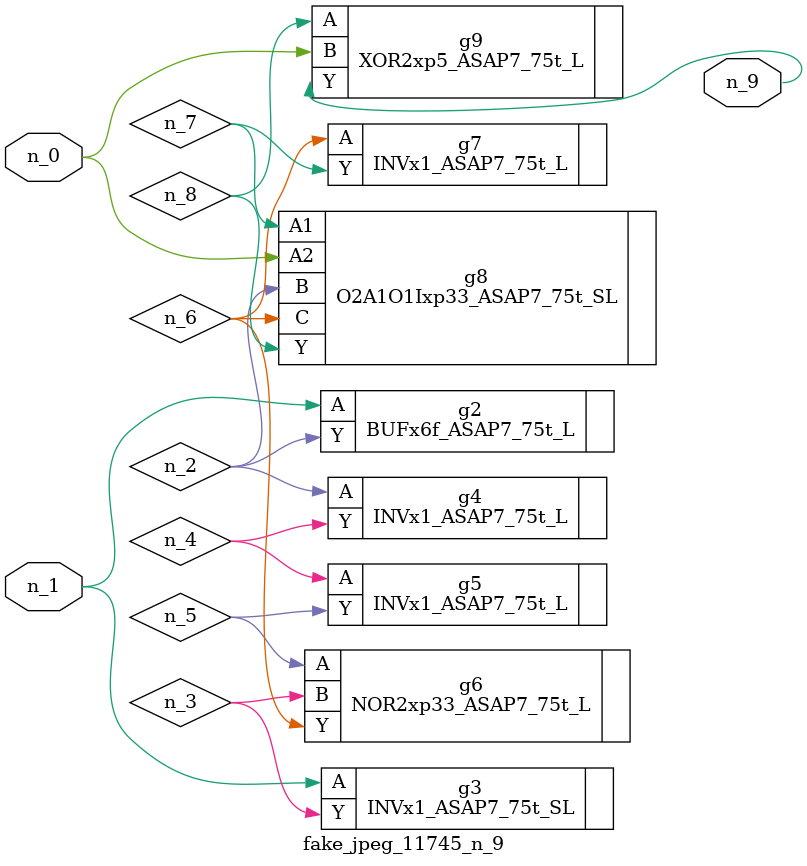
<source format=v>
module fake_jpeg_11745_n_9 (n_0, n_1, n_9);

input n_0;
input n_1;

output n_9;

wire n_2;
wire n_3;
wire n_4;
wire n_8;
wire n_6;
wire n_5;
wire n_7;

BUFx6f_ASAP7_75t_L g2 ( 
.A(n_1),
.Y(n_2)
);

INVx1_ASAP7_75t_SL g3 ( 
.A(n_1),
.Y(n_3)
);

INVx1_ASAP7_75t_L g4 ( 
.A(n_2),
.Y(n_4)
);

INVx1_ASAP7_75t_L g5 ( 
.A(n_4),
.Y(n_5)
);

NOR2xp33_ASAP7_75t_L g6 ( 
.A(n_5),
.B(n_3),
.Y(n_6)
);

INVx1_ASAP7_75t_L g7 ( 
.A(n_6),
.Y(n_7)
);

O2A1O1Ixp33_ASAP7_75t_SL g8 ( 
.A1(n_7),
.A2(n_0),
.B(n_2),
.C(n_6),
.Y(n_8)
);

XOR2xp5_ASAP7_75t_L g9 ( 
.A(n_8),
.B(n_0),
.Y(n_9)
);


endmodule
</source>
